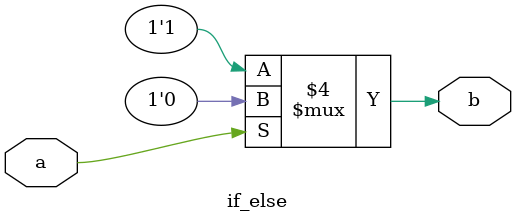
<source format=v>
module if_else(input a, output reg b);
  always @(*) begin
    if (a == 1'b0)
      b = 1'b1;
    else
      b = 1'b0;
  end
endmodule

</source>
